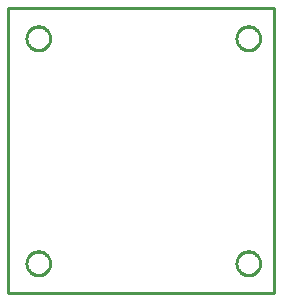
<source format=gbr>
G04 EAGLE Gerber RS-274X export*
G75*
%MOMM*%
%FSLAX34Y34*%
%LPD*%
%IN*%
%IPPOS*%
%AMOC8*
5,1,8,0,0,1.08239X$1,22.5*%
G01*
%ADD10C,0.254000*%


D10*
X0Y0D02*
X225300Y0D01*
X225300Y241200D01*
X0Y241200D01*
X0Y0D01*
X35400Y24963D02*
X35324Y24094D01*
X35172Y23234D01*
X34946Y22390D01*
X34648Y21570D01*
X34279Y20778D01*
X33842Y20022D01*
X33341Y19307D01*
X32780Y18638D01*
X32162Y18020D01*
X31493Y17459D01*
X30778Y16958D01*
X30022Y16521D01*
X29230Y16152D01*
X28410Y15854D01*
X27566Y15628D01*
X26707Y15476D01*
X25837Y15400D01*
X24963Y15400D01*
X24094Y15476D01*
X23234Y15628D01*
X22390Y15854D01*
X21570Y16152D01*
X20778Y16521D01*
X20022Y16958D01*
X19307Y17459D01*
X18638Y18020D01*
X18020Y18638D01*
X17459Y19307D01*
X16958Y20022D01*
X16521Y20778D01*
X16152Y21570D01*
X15854Y22390D01*
X15628Y23234D01*
X15476Y24094D01*
X15400Y24963D01*
X15400Y25837D01*
X15476Y26707D01*
X15628Y27566D01*
X15854Y28410D01*
X16152Y29230D01*
X16521Y30022D01*
X16958Y30778D01*
X17459Y31493D01*
X18020Y32162D01*
X18638Y32780D01*
X19307Y33341D01*
X20022Y33842D01*
X20778Y34279D01*
X21570Y34648D01*
X22390Y34946D01*
X23234Y35172D01*
X24094Y35324D01*
X24963Y35400D01*
X25837Y35400D01*
X26707Y35324D01*
X27566Y35172D01*
X28410Y34946D01*
X29230Y34648D01*
X30022Y34279D01*
X30778Y33842D01*
X31493Y33341D01*
X32162Y32780D01*
X32780Y32162D01*
X33341Y31493D01*
X33842Y30778D01*
X34279Y30022D01*
X34648Y29230D01*
X34946Y28410D01*
X35172Y27566D01*
X35324Y26707D01*
X35400Y25837D01*
X35400Y24963D01*
X213200Y24963D02*
X213124Y24094D01*
X212972Y23234D01*
X212746Y22390D01*
X212448Y21570D01*
X212079Y20778D01*
X211642Y20022D01*
X211141Y19307D01*
X210580Y18638D01*
X209962Y18020D01*
X209293Y17459D01*
X208578Y16958D01*
X207822Y16521D01*
X207030Y16152D01*
X206210Y15854D01*
X205366Y15628D01*
X204507Y15476D01*
X203637Y15400D01*
X202763Y15400D01*
X201894Y15476D01*
X201034Y15628D01*
X200190Y15854D01*
X199370Y16152D01*
X198578Y16521D01*
X197822Y16958D01*
X197107Y17459D01*
X196438Y18020D01*
X195820Y18638D01*
X195259Y19307D01*
X194758Y20022D01*
X194321Y20778D01*
X193952Y21570D01*
X193654Y22390D01*
X193428Y23234D01*
X193276Y24094D01*
X193200Y24963D01*
X193200Y25837D01*
X193276Y26707D01*
X193428Y27566D01*
X193654Y28410D01*
X193952Y29230D01*
X194321Y30022D01*
X194758Y30778D01*
X195259Y31493D01*
X195820Y32162D01*
X196438Y32780D01*
X197107Y33341D01*
X197822Y33842D01*
X198578Y34279D01*
X199370Y34648D01*
X200190Y34946D01*
X201034Y35172D01*
X201894Y35324D01*
X202763Y35400D01*
X203637Y35400D01*
X204507Y35324D01*
X205366Y35172D01*
X206210Y34946D01*
X207030Y34648D01*
X207822Y34279D01*
X208578Y33842D01*
X209293Y33341D01*
X209962Y32780D01*
X210580Y32162D01*
X211141Y31493D01*
X211642Y30778D01*
X212079Y30022D01*
X212448Y29230D01*
X212746Y28410D01*
X212972Y27566D01*
X213124Y26707D01*
X213200Y25837D01*
X213200Y24963D01*
X213200Y215463D02*
X213124Y214594D01*
X212972Y213734D01*
X212746Y212890D01*
X212448Y212070D01*
X212079Y211278D01*
X211642Y210522D01*
X211141Y209807D01*
X210580Y209138D01*
X209962Y208520D01*
X209293Y207959D01*
X208578Y207458D01*
X207822Y207021D01*
X207030Y206652D01*
X206210Y206354D01*
X205366Y206128D01*
X204507Y205976D01*
X203637Y205900D01*
X202763Y205900D01*
X201894Y205976D01*
X201034Y206128D01*
X200190Y206354D01*
X199370Y206652D01*
X198578Y207021D01*
X197822Y207458D01*
X197107Y207959D01*
X196438Y208520D01*
X195820Y209138D01*
X195259Y209807D01*
X194758Y210522D01*
X194321Y211278D01*
X193952Y212070D01*
X193654Y212890D01*
X193428Y213734D01*
X193276Y214594D01*
X193200Y215463D01*
X193200Y216337D01*
X193276Y217207D01*
X193428Y218066D01*
X193654Y218910D01*
X193952Y219730D01*
X194321Y220522D01*
X194758Y221278D01*
X195259Y221993D01*
X195820Y222662D01*
X196438Y223280D01*
X197107Y223841D01*
X197822Y224342D01*
X198578Y224779D01*
X199370Y225148D01*
X200190Y225446D01*
X201034Y225672D01*
X201894Y225824D01*
X202763Y225900D01*
X203637Y225900D01*
X204507Y225824D01*
X205366Y225672D01*
X206210Y225446D01*
X207030Y225148D01*
X207822Y224779D01*
X208578Y224342D01*
X209293Y223841D01*
X209962Y223280D01*
X210580Y222662D01*
X211141Y221993D01*
X211642Y221278D01*
X212079Y220522D01*
X212448Y219730D01*
X212746Y218910D01*
X212972Y218066D01*
X213124Y217207D01*
X213200Y216337D01*
X213200Y215463D01*
X35400Y215463D02*
X35324Y214594D01*
X35172Y213734D01*
X34946Y212890D01*
X34648Y212070D01*
X34279Y211278D01*
X33842Y210522D01*
X33341Y209807D01*
X32780Y209138D01*
X32162Y208520D01*
X31493Y207959D01*
X30778Y207458D01*
X30022Y207021D01*
X29230Y206652D01*
X28410Y206354D01*
X27566Y206128D01*
X26707Y205976D01*
X25837Y205900D01*
X24963Y205900D01*
X24094Y205976D01*
X23234Y206128D01*
X22390Y206354D01*
X21570Y206652D01*
X20778Y207021D01*
X20022Y207458D01*
X19307Y207959D01*
X18638Y208520D01*
X18020Y209138D01*
X17459Y209807D01*
X16958Y210522D01*
X16521Y211278D01*
X16152Y212070D01*
X15854Y212890D01*
X15628Y213734D01*
X15476Y214594D01*
X15400Y215463D01*
X15400Y216337D01*
X15476Y217207D01*
X15628Y218066D01*
X15854Y218910D01*
X16152Y219730D01*
X16521Y220522D01*
X16958Y221278D01*
X17459Y221993D01*
X18020Y222662D01*
X18638Y223280D01*
X19307Y223841D01*
X20022Y224342D01*
X20778Y224779D01*
X21570Y225148D01*
X22390Y225446D01*
X23234Y225672D01*
X24094Y225824D01*
X24963Y225900D01*
X25837Y225900D01*
X26707Y225824D01*
X27566Y225672D01*
X28410Y225446D01*
X29230Y225148D01*
X30022Y224779D01*
X30778Y224342D01*
X31493Y223841D01*
X32162Y223280D01*
X32780Y222662D01*
X33341Y221993D01*
X33842Y221278D01*
X34279Y220522D01*
X34648Y219730D01*
X34946Y218910D01*
X35172Y218066D01*
X35324Y217207D01*
X35400Y216337D01*
X35400Y215463D01*
M02*

</source>
